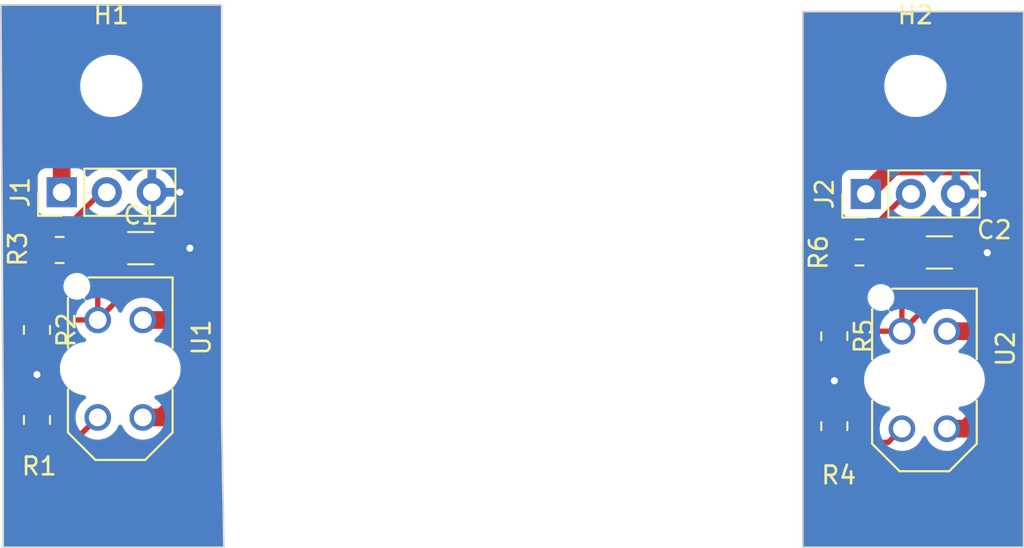
<source format=kicad_pcb>
(kicad_pcb (version 20221018) (generator pcbnew)
  (layers (0 "F.Cu" signal) (31 "B.Cu" signal) (34 "B.Paste" user) (35 "F.Paste" user) (36 "B.SilkS" user "B.Silkscreen") (37 "F.SilkS" user "F.Silkscreen") (38 "B.Mask" user) (39 "F.Mask" user) (44 "Edge.Cuts" user))
  (net 0 "")
  (net 1 "Sensor 01")
  (net 2 "GND")
  (net 3 "+3.3V")
  (net 4 "Sensor 01R")
  (net 5 "Net-(R1-Pad1)")
  (net 6 "Sensor 02")
  (net 7 "Sensor 02R")
  (net 8 "Net-(R4-Pad1)")
  (footprint "Capacitor_SMD:C_1206_3216Metric" (layer "F.Cu") (at 110.441 92.5322)
    (fp_text reference "C1" (at 0 -1.85) (layer "F.SilkS"))
    (fp_text value "C")
    (fp_line (start -0.711252 -0.91) (end 0.711252 -0.91) (stroke (width 0.12)) (layer "F.SilkS"))
    (fp_line (start -0.711252 0.91) (end 0.711252 0.91) (stroke (width 0.12)) (layer "F.SilkS"))
    (pad "1" smd roundrect (at -1.475 0) (size 1.15 1.8) (layers "F.Cu" "F.Paste" "F.Mask") (roundrect_rratio 0.217391) (net 1 "Sensor 01"))
    (pad "2" smd roundrect (at 1.475 0) (size 1.15 1.8) (layers "F.Cu" "F.Paste" "F.Mask") (roundrect_rratio 0.217391) (net 2 "GND"))
  )
  (footprint "Resistor_SMD:R_0805_2012Metric" (layer "F.Cu") (at 104.5855 97.1472 -90)
    (fp_text reference "R2" (at 0 -1.65 90) (layer "F.SilkS"))
    (fp_text value "3.9k")
    (fp_line (start -0.227064 -0.735) (end 0.227064 -0.735) (stroke (width 0.12)) (layer "F.SilkS"))
    (fp_line (start -0.227064 0.735) (end 0.227064 0.735) (stroke (width 0.12)) (layer "F.SilkS"))
    (pad "1" smd roundrect (at -0.9125 0 270) (size 1.025 1.4) (layers "F.Cu" "F.Paste" "F.Mask") (roundrect_rratio 0.243902) (net 1 "Sensor 01"))
    (pad "2" smd roundrect (at 0.9125 0 270) (size 1.025 1.4) (layers "F.Cu" "F.Paste" "F.Mask") (roundrect_rratio 0.243902) (net 2 "GND"))
  )
  (footprint "MountingHole:MountingHole_3mm" (layer "F.Cu") (at 108.7755 83.3755)
    (fp_text reference "H1" (at 0 -4) (layer "F.SilkS"))
    (fp_text value "MountingHole")
    (pad "" np_thru_hole circle (at 0 0) (size 3 3) (drill 3) (layers "*.Cu" "*.Mask"))
  )
  (footprint "Resistor_SMD:R_0805_2012Metric" (layer "F.Cu") (at 149.5425 97.496 -90)
    (fp_text reference "R5" (at 0 -1.65 90) (layer "F.SilkS"))
    (fp_text value "3.9k")
    (fp_line (start -0.227064 -0.735) (end 0.227064 -0.735) (stroke (width 0.12)) (layer "F.SilkS"))
    (fp_line (start -0.227064 0.735) (end 0.227064 0.735) (stroke (width 0.12)) (layer "F.SilkS"))
    (pad "1" smd roundrect (at -0.9125 0 270) (size 1.025 1.4) (layers "F.Cu" "F.Paste" "F.Mask") (roundrect_rratio 0.243902) (net 6 "Sensor 02"))
    (pad "2" smd roundrect (at 0.9125 0 270) (size 1.025 1.4) (layers "F.Cu" "F.Paste" "F.Mask") (roundrect_rratio 0.243902) (net 2 "GND"))
  )
  (footprint "Connector_PinHeader_2.54mm:PinHeader_1x03_P2.54mm_Vertical" (layer "F.Cu") (at 105.9825 89.3767 90)
    (fp_text reference "J1" (at 0 -2.33 90) (layer "F.SilkS"))
    (fp_text value "Conn_01x03")
    (fp_line (start -1.33 -1.33) (end 0 -1.33) (stroke (width 0.12)) (layer "F.SilkS"))
    (fp_line (start -1.33 0) (end -1.33 -1.33) (stroke (width 0.12)) (layer "F.SilkS"))
    (fp_line (start -1.33 1.27) (end -1.33 6.41) (stroke (width 0.12)) (layer "F.SilkS"))
    (fp_line (start -1.33 1.27) (end 1.33 1.27) (stroke (width 0.12)) (layer "F.SilkS"))
    (fp_line (start -1.33 6.41) (end 1.33 6.41) (stroke (width 0.12)) (layer "F.SilkS"))
    (fp_line (start 1.33 1.27) (end 1.33 6.41) (stroke (width 0.12)) (layer "F.SilkS"))
    (pad "1" thru_hole rect (at 0 0 90) (size 1.7 1.7) (drill 1) (layers "*.Cu" "*.Mask") (net 3 "+3.3V"))
    (pad "2" thru_hole oval (at 0 2.54 90) (size 1.7 1.7) (drill 1) (layers "*.Cu" "*.Mask") (net 4 "Sensor 01R"))
    (pad "3" thru_hole oval (at 0 5.08 90) (size 1.7 1.7) (drill 1) (layers "*.Cu" "*.Mask") (net 2 "GND"))
  )
  (footprint "MountingHole:MountingHole_3mm" (layer "F.Cu") (at 154.1145 83.3755)
    (fp_text reference "H2" (at 0 -4) (layer "F.SilkS"))
    (fp_text value "MountingHole")
    (pad "" np_thru_hole circle (at 0 0) (size 3 3) (drill 3) (layers "*.Cu" "*.Mask"))
  )
  (footprint "Capacitor_SMD:C_1206_3216Metric" (layer "F.Cu") (at 155.4625 92.7735)
    (fp_text reference "C2" (at 3.097 -1.27) (layer "F.SilkS"))
    (fp_text value "C")
    (fp_line (start -0.711252 -0.91) (end 0.711252 -0.91) (stroke (width 0.12)) (layer "F.SilkS"))
    (fp_line (start -0.711252 0.91) (end 0.711252 0.91) (stroke (width 0.12)) (layer "F.SilkS"))
    (pad "1" smd roundrect (at -1.475 0) (size 1.15 1.8) (layers "F.Cu" "F.Paste" "F.Mask") (roundrect_rratio 0.217391) (net 6 "Sensor 02"))
    (pad "2" smd roundrect (at 1.475 0) (size 1.15 1.8) (layers "F.Cu" "F.Paste" "F.Mask") (roundrect_rratio 0.217391) (net 2 "GND"))
  )
  (footprint "Connector_PinHeader_2.54mm:PinHeader_1x03_P2.54mm_Vertical" (layer "F.Cu") (at 151.3205 89.4715 90)
    (fp_text reference "J2" (at 0 -2.33 90) (layer "F.SilkS"))
    (fp_text value "Conn_01x03")
    (fp_line (start -1.33 -1.33) (end 0 -1.33) (stroke (width 0.12)) (layer "F.SilkS"))
    (fp_line (start -1.33 0) (end -1.33 -1.33) (stroke (width 0.12)) (layer "F.SilkS"))
    (fp_line (start -1.33 1.27) (end -1.33 6.41) (stroke (width 0.12)) (layer "F.SilkS"))
    (fp_line (start -1.33 1.27) (end 1.33 1.27) (stroke (width 0.12)) (layer "F.SilkS"))
    (fp_line (start -1.33 6.41) (end 1.33 6.41) (stroke (width 0.12)) (layer "F.SilkS"))
    (fp_line (start 1.33 1.27) (end 1.33 6.41) (stroke (width 0.12)) (layer "F.SilkS"))
    (pad "1" thru_hole rect (at 0 0 90) (size 1.7 1.7) (drill 1) (layers "*.Cu" "*.Mask") (net 3 "+3.3V"))
    (pad "2" thru_hole oval (at 0 2.54 90) (size 1.7 1.7) (drill 1) (layers "*.Cu" "*.Mask") (net 7 "Sensor 02R"))
    (pad "3" thru_hole oval (at 0 5.08 90) (size 1.7 1.7) (drill 1) (layers "*.Cu" "*.Mask") (net 2 "GND"))
  )
  (footprint "Resistor_SMD:R_0805_2012Metric" (layer "F.Cu") (at 105.8653 92.6338 180)
    (fp_text reference "R3" (at 2.3603 0.0508 90) (layer "F.SilkS"))
    (fp_text value "R")
    (fp_line (start -0.227064 -0.735) (end 0.227064 -0.735) (stroke (width 0.12)) (layer "F.SilkS"))
    (fp_line (start -0.227064 0.735) (end 0.227064 0.735) (stroke (width 0.12)) (layer "F.SilkS"))
    (pad "1" smd roundrect (at -0.9125 0 180) (size 1.025 1.4) (layers "F.Cu" "F.Paste" "F.Mask") (roundrect_rratio 0.243902) (net 1 "Sensor 01"))
    (pad "2" smd roundrect (at 0.9125 0 180) (size 1.025 1.4) (layers "F.Cu" "F.Paste" "F.Mask") (roundrect_rratio 0.243902) (net 4 "Sensor 01R"))
  )
  (footprint "Footprints:OPTO_TCRT5000" (layer "F.Cu") (at 154.6225 99.9685 -90)
    (fp_text reference "U2" (at -1.76355 -4.57476 90) (layer "F.SilkS") (effects (font (size 1.004126 1.004126))))
    (fp_text value "TCRT5000")
    (fp_line (start -5.15 -2.95) (end -1.17 -2.95) (stroke (width 0.127)) (layer "F.SilkS"))
    (fp_line (start -5.15 1.8) (end -5.15 -2.95) (stroke (width 0.127)) (layer "F.SilkS"))
    (fp_line (start -4 2.95) (end -1.17 2.95) (stroke (width 0.127)) (layer "F.SilkS"))
    (fp_line (start 1.17 2.95) (end 3.6 2.95) (stroke (width 0.127)) (layer "F.SilkS"))
    (fp_line (start 3.6 -2.95) (end 1.17 -2.95) (stroke (width 0.127)) (layer "F.SilkS"))
    (fp_line (start 3.6 -2.95) (end 5.15 -1.4) (stroke (width 0.127)) (layer "F.SilkS"))
    (fp_line (start 3.6 2.95) (end 5.15 1.4) (stroke (width 0.127)) (layer "F.SilkS"))
    (fp_line (start 5.15 1.4) (end 5.15 -1.4) (stroke (width 0.127)) (layer "F.SilkS"))
    (pad "" np_thru_hole circle (at -4.65 2.45 270) (size 1 1) (drill 1) (layers "*.Cu" "*.Mask"))
    (pad "" np_thru_hole circle (at 0 -1.9 270) (size 2.5 2.5) (drill 2.5) (layers "*.Cu" "*.Mask"))
    (pad "" np_thru_hole circle (at 0 1.9 270) (size 2.5 2.5) (drill 2.5) (layers "*.Cu" "*.Mask"))
    (pad "A" thru_hole circle (at 2.75 -1.27 270) (size 1.5 1.5) (drill 1) (layers "*.Cu" "*.Mask") (net 3 "+3.3V"))
    (pad "CATH" thru_hole circle (at 2.75 1.27 270) (size 1.5 1.5) (drill 1) (layers "*.Cu" "*.Mask") (net 8 "Net-(R4-Pad1)"))
    (pad "COLL" thru_hole circle (at -2.75 -1.27 270) (size 1.5 1.5) (drill 1) (layers "*.Cu" "*.Mask") (net 3 "+3.3V"))
    (pad "E" thru_hole circle (at -2.75 1.27 270) (size 1.5 1.5) (drill 1) (layers "*.Cu" "*.Mask") (net 6 "Sensor 02"))
  )
  (footprint "Resistor_SMD:R_0805_2012Metric" (layer "F.Cu") (at 149.5425 102.576 90)
    (fp_text reference "R4" (at -2.7705 0.254 180) (layer "F.SilkS"))
    (fp_text value "90")
    (fp_line (start -0.227064 -0.735) (end 0.227064 -0.735) (stroke (width 0.12)) (layer "F.SilkS"))
    (fp_line (start -0.227064 0.735) (end 0.227064 0.735) (stroke (width 0.12)) (layer "F.SilkS"))
    (pad "1" smd roundrect (at -0.9125 0 90) (size 1.025 1.4) (layers "F.Cu" "F.Paste" "F.Mask") (roundrect_rratio 0.243902) (net 8 "Net-(R4-Pad1)"))
    (pad "2" smd roundrect (at 0.9125 0 90) (size 1.025 1.4) (layers "F.Cu" "F.Paste" "F.Mask") (roundrect_rratio 0.243902) (net 2 "GND"))
  )
  (footprint "Resistor_SMD:R_0805_2012Metric" (layer "F.Cu") (at 150.963 92.7735 180)
    (fp_text reference "R6" (at 2.3095 0 90) (layer "F.SilkS"))
    (fp_text value "R")
    (fp_line (start -0.227064 -0.735) (end 0.227064 -0.735) (stroke (width 0.12)) (layer "F.SilkS"))
    (fp_line (start -0.227064 0.735) (end 0.227064 0.735) (stroke (width 0.12)) (layer "F.SilkS"))
    (pad "1" smd roundrect (at -0.9125 0 180) (size 1.025 1.4) (layers "F.Cu" "F.Paste" "F.Mask") (roundrect_rratio 0.243902) (net 6 "Sensor 02"))
    (pad "2" smd roundrect (at 0.9125 0 180) (size 1.025 1.4) (layers "F.Cu" "F.Paste" "F.Mask") (roundrect_rratio 0.243902) (net 7 "Sensor 02R"))
  )
  (footprint "Resistor_SMD:R_0805_2012Metric" (layer "F.Cu") (at 104.5855 102.2272 90)
    (fp_text reference "R1" (at -2.6113 0.126 180) (layer "F.SilkS"))
    (fp_text value "90")
    (fp_line (start -0.227064 -0.735) (end 0.227064 -0.735) (stroke (width 0.12)) (layer "F.SilkS"))
    (fp_line (start -0.227064 0.735) (end 0.227064 0.735) (stroke (width 0.12)) (layer "F.SilkS"))
    (pad "1" smd roundrect (at -0.9125 0 90) (size 1.025 1.4) (layers "F.Cu" "F.Paste" "F.Mask") (roundrect_rratio 0.243902) (net 5 "Net-(R1-Pad1)"))
    (pad "2" smd roundrect (at 0.9125 0 90) (size 1.025 1.4) (layers "F.Cu" "F.Paste" "F.Mask") (roundrect_rratio 0.243902) (net 2 "GND"))
  )
  (footprint "Footprints:OPTO_TCRT5000" (layer "F.Cu") (at 109.2835 99.3335 -90)
    (fp_text reference "U1" (at -1.76355 -4.57476 90) (layer "F.SilkS") (effects (font (size 1.004126 1.004126))))
    (fp_text value "TCRT5000")
    (fp_line (start -5.15 -2.95) (end -1.17 -2.95) (stroke (width 0.127)) (layer "F.SilkS"))
    (fp_line (start -5.15 1.8) (end -5.15 -2.95) (stroke (width 0.127)) (layer "F.SilkS"))
    (fp_line (start -4 2.95) (end -1.17 2.95) (stroke (width 0.127)) (layer "F.SilkS"))
    (fp_line (start 1.17 2.95) (end 3.6 2.95) (stroke (width 0.127)) (layer "F.SilkS"))
    (fp_line (start 3.6 -2.95) (end 1.17 -2.95) (stroke (width 0.127)) (layer "F.SilkS"))
    (fp_line (start 3.6 -2.95) (end 5.15 -1.4) (stroke (width 0.127)) (layer "F.SilkS"))
    (fp_line (start 3.6 2.95) (end 5.15 1.4) (stroke (width 0.127)) (layer "F.SilkS"))
    (fp_line (start 5.15 1.4) (end 5.15 -1.4) (stroke (width 0.127)) (layer "F.SilkS"))
    (pad "" np_thru_hole circle (at -4.65 2.45 270) (size 1 1) (drill 1) (layers "*.Cu" "*.Mask"))
    (pad "" np_thru_hole circle (at 0 -1.9 270) (size 2.5 2.5) (drill 2.5) (layers "*.Cu" "*.Mask"))
    (pad "" np_thru_hole circle (at 0 1.9 270) (size 2.5 2.5) (drill 2.5) (layers "*.Cu" "*.Mask"))
    (pad "A" thru_hole circle (at 2.75 -1.27 270) (size 1.5 1.5) (drill 1) (layers "*.Cu" "*.Mask") (net 3 "+3.3V"))
    (pad "CATH" thru_hole circle (at 2.75 1.27 270) (size 1.5 1.5) (drill 1) (layers "*.Cu" "*.Mask") (net 5 "Net-(R1-Pad1)"))
    (pad "COLL" thru_hole circle (at -2.75 -1.27 270) (size 1.5 1.5) (drill 1) (layers "*.Cu" "*.Mask") (net 3 "+3.3V"))
    (pad "E" thru_hole circle (at -2.75 1.27 270) (size 1.5 1.5) (drill 1) (layers "*.Cu" "*.Mask") (net 1 "Sensor 01"))
  )
  (gr_line (start 160.2105 79.1845) (end 160.2105 109.4105) (stroke (width 0.1)) (layer "Edge.Cuts"))
  (gr_line (start 114.9985 102.1715) (end 115.1255 109.4105) (stroke (width 0.1)) (layer "Edge.Cuts"))
  (gr_line (start 147.7645 79.1845) (end 160.2105 79.1845) (stroke (width 0.1)) (layer "Edge.Cuts"))
  (gr_line (start 102.5525 78.8035) (end 114.9985 78.8035) (stroke (width 0.1)) (layer "Edge.Cuts"))
  (gr_line (start 115.1255 109.4105) (end 102.6795 109.4105) (stroke (width 0.1)) (layer "Edge.Cuts"))
  (gr_line (start 147.7645 109.4105) (end 160.2105 109.4105) (stroke (width 0.1)) (layer "Edge.Cuts"))
  (gr_line (start 114.9985 78.8035) (end 114.9985 102.1715) (stroke (width 0.1)) (layer "Edge.Cuts"))
  (gr_line (start 147.7645 109.4105) (end 147.7645 79.1845) (stroke (width 0.1)) (layer "Edge.Cuts"))
  (gr_line (start 102.6795 109.4105) (end 102.6795 102.1715) (stroke (width 0.1)) (layer "Edge.Cuts"))
  (gr_line (start 102.6795 102.1715) (end 102.5525 78.8035) (stroke (width 0.1)) (layer "Edge.Cuts"))
  (segment (start 108.966 93.1926) (end 109.7788 94.0054) (width 0.3) (layer "F.Cu") (net 1))
  (segment (start 108.0135 93.8695) (end 108.0135 96.5835) (width 0.3) (layer "F.Cu") (net 1))
  (segment (start 109.7788 94.8182) (end 108.0135 96.5835) (width 0.3) (layer "F.Cu") (net 1))
  (segment (start 104.5855 96.2347) (end 104.9343 96.5835) (width 0.3) (layer "F.Cu") (net 1))
  (segment (start 104.9343 96.5835) (end 108.0135 96.5835) (width 0.3) (layer "F.Cu") (net 1))
  (segment (start 108.966 92.5322) (end 108.966 93.1926) (width 0.3) (layer "F.Cu") (net 1))
  (segment (start 109.7788 94.0054) (end 109.7788 94.8182) (width 0.3) (layer "F.Cu") (net 1))
  (segment (start 106.7778 92.6338) (end 108.0135 93.8695) (width 0.3) (layer "F.Cu") (net 1))
  (segment (start 104.5855 101.3147) (end 104.5855 99.6637) (width 0.3) (layer "F.Cu") (net 2))
  (segment (start 111.0625 89.3767) (end 112.649 89.3767) (width 0.3) (layer "F.Cu") (net 2))
  (segment (start 149.5425 101.6635) (end 149.5425 100.0125) (width 0.3) (layer "F.Cu") (net 2))
  (segment (start 158.1531 92.7735) (end 156.9375 92.7735) (width 0.25) (layer "F.Cu") (net 2))
  (segment (start 104.5855 98.0597) (end 104.5855 99.6637) (width 0.3) (layer "F.Cu") (net 2))
  (segment (start 157.9372 89.4715) (end 156.4005 89.4715) (width 0.25) (layer "F.Cu") (net 2))
  (segment (start 111.916 92.5322) (end 113.2078 92.5322) (width 0.3) (layer "F.Cu") (net 2))
  (segment (start 149.5425 98.4085) (end 149.5425 100.0125) (width 0.3) (layer "F.Cu") (net 2))
  (segment (start 158.1658 92.7862) (end 158.1531 92.7735) (width 0.25) (layer "F.Cu") (net 2))
  (via (at 113.2078 92.5322) (size 0.8) (drill 0.4) (layers "F.Cu" "B.Cu") (net 2))
  (via (at 157.9372 89.4715) (size 0.8) (drill 0.4) (layers "F.Cu" "B.Cu") (net 2))
  (via (at 104.5855 99.6637) (size 0.8) (drill 0.4) (layers "F.Cu" "B.Cu") (net 2))
  (via (at 158.1658 92.7862) (size 0.8) (drill 0.4) (layers "F.Cu" "B.Cu") (net 2))
  (via (at 149.5425 100.0125) (size 0.8) (drill 0.4) (layers "F.Cu" "B.Cu") (net 2))
  (via (at 112.649 89.3767) (size 0.8) (drill 0.4) (layers "F.Cu" "B.Cu") (net 2))
  (segment (start 110.5535 96.5835) (end 114.2951 96.5835) (width 1) (layer "F.Cu") (net 3))
  (segment (start 105.9825 87.3877) (end 106.2228 87.1474) (width 1) (layer "F.Cu") (net 3))
  (segment (start 114.3078 96.5708) (end 114.3078 99.38986) (width 1) (layer "F.Cu") (net 3))
  (segment (start 106.2228 87.1474) (end 113.4364 87.1474) (width 1) (layer "F.Cu") (net 3))
  (segment (start 151.3205 89.4715) (end 152.8705 87.9215) (width 1) (layer "F.Cu") (net 3))
  (segment (start 159.2834 97.0534) (end 159.2834 100.38826) (width 1) (layer "F.Cu") (net 3))
  (segment (start 114.3078 88.0188) (end 114.3078 96.5708) (width 1) (layer "F.Cu") (net 3))
  (segment (start 114.2951 96.5835) (end 114.3078 96.5708) (width 1) (layer "F.Cu") (net 3))
  (segment (start 157.942835 87.9215) (end 159.2834 89.262065) (width 1) (layer "F.Cu") (net 3))
  (segment (start 159.2834 100.38826) (end 156.95316 102.7185) (width 1) (layer "F.Cu") (net 3))
  (segment (start 105.9825 89.3767) (end 105.9825 87.3877) (width 1) (layer "F.Cu") (net 3))
  (segment (start 159.1183 97.2185) (end 159.2834 97.0534) (width 1) (layer "F.Cu") (net 3))
  (segment (start 156.95316 102.7185) (end 155.8925 102.7185) (width 1) (layer "F.Cu") (net 3))
  (segment (start 114.3078 99.38986) (end 111.61416 102.0835) (width 1) (layer "F.Cu") (net 3))
  (segment (start 111.61416 102.0835) (end 110.5535 102.0835) (width 1) (layer "F.Cu") (net 3))
  (segment (start 113.4364 87.1474) (end 114.3078 88.0188) (width 1) (layer "F.Cu") (net 3))
  (segment (start 159.2834 89.262065) (end 159.2834 97.0534) (width 1) (layer "F.Cu") (net 3))
  (segment (start 152.8705 87.9215) (end 157.942835 87.9215) (width 1) (layer "F.Cu") (net 3))
  (segment (start 155.8925 97.2185) (end 159.1183 97.2185) (width 1) (layer "F.Cu") (net 3))
  (segment (start 104.9528 92.6338) (end 108.2099 89.3767) (width 0.3) (layer "F.Cu") (net 4))
  (segment (start 108.2099 89.3767) (end 108.5225 89.3767) (width 0.3) (layer "F.Cu") (net 4))
  (segment (start 106.9573 103.1397) (end 108.0135 102.0835) (width 0.3) (layer "F.Cu") (net 5))
  (segment (start 104.5855 103.1397) (end 106.9573 103.1397) (width 0.3) (layer "F.Cu") (net 5))
  (segment (start 151.8755 92.7735) (end 153.3525 94.2505) (width 0.3) (layer "F.Cu") (net 6))
  (segment (start 150.1775 97.2185) (end 153.3525 97.2185) (width 0.3) (layer "F.Cu") (net 6))
  (segment (start 149.5425 96.5835) (end 150.1775 97.2185) (width 0.3) (layer "F.Cu") (net 6))
  (segment (start 153.9875 92.7735) (end 154.7925 93.5785) (width 0.3) (layer "F.Cu") (net 6))
  (segment (start 154.7925 93.5785) (end 154.7925 95.7785) (width 0.3) (layer "F.Cu") (net 6))
  (segment (start 153.3525 94.2505) (end 153.3525 97.2185) (width 0.3) (layer "F.Cu") (net 6))
  (segment (start 154.7925 95.7785) (end 153.3525 97.2185) (width 0.3) (layer "F.Cu") (net 6))
  (segment (start 153.6065 89.4715) (end 153.8605 89.4715) (width 0.3) (layer "F.Cu") (net 7))
  (segment (start 153.6385 89.4715) (end 153.8605 89.4715) (width 0.25) (layer "F.Cu") (net 7))
  (segment (start 150.3045 92.7735) (end 153.6065 89.4715) (width 0.3) (layer "F.Cu") (net 7))
  (segment (start 150.0505 92.7735) (end 150.3365 92.7735) (width 0.25) (layer "F.Cu") (net 7))
  (segment (start 150.0505 92.7735) (end 150.3045 92.7735) (width 0.3) (layer "F.Cu") (net 7))
  (segment (start 149.5425 103.4885) (end 152.5825 103.4885) (width 0.3) (layer "F.Cu") (net 8))
  (segment (start 152.5825 103.4885) (end 153.3525 102.7185) (width 0.3) (layer "F.Cu") (net 8))
  (zone (net 2) (net_name "GND") (layer "B.Cu") (connect_pads (clearance 0.5)) (min_thickness 0.25) (fill yes (thermal_gap 0.5) (thermal_bridge_width 0.5))
    (polygon (pts (xy 114.9985 78.8035) (xy 114.9985 102.1715) (xy 115.1255 109.4105) (xy 102.6795 109.4105) (xy 102.6795 102.0445) (xy 102.5525 78.8035)))
  )
  (zone (net 2) (net_name "GND") (layer "B.Cu") (priority 1) (connect_pads (clearance 0.5)) (min_thickness 0.25) (fill yes (thermal_gap 0.5) (thermal_bridge_width 0.5))
    (polygon (pts (xy 147.7645 79.1845) (xy 160.2105 79.1845) (xy 160.2105 109.4105) (xy 147.7645 109.4105)))
  )
)
</source>
